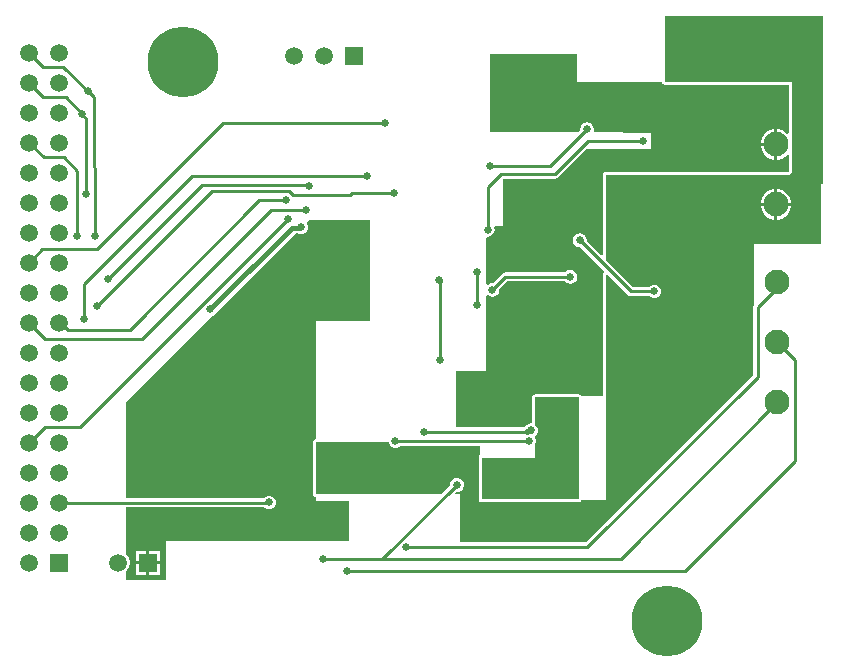
<source format=gbl>
G04*
G04 #@! TF.GenerationSoftware,Altium Limited,Altium Designer,21.6.1 (37)*
G04*
G04 Layer_Physical_Order=2*
G04 Layer_Color=16711680*
%FSLAX25Y25*%
%MOIN*%
G70*
G04*
G04 #@! TF.SameCoordinates,18844971-8FF4-41C5-970B-CDA0927229B8*
G04*
G04*
G04 #@! TF.FilePolarity,Positive*
G04*
G01*
G75*
%ADD13C,0.01000*%
%ADD51C,0.01500*%
%ADD52C,0.05906*%
%ADD53R,0.05906X0.05906*%
%ADD54C,0.08268*%
%ADD55R,0.05906X0.05906*%
%ADD56C,0.23622*%
%ADD57C,0.02559*%
%ADD58C,0.02559*%
G36*
X437586Y374803D02*
X465932D01*
X465946Y374735D01*
X465981Y374650D01*
X465987Y374619D01*
X465987Y374619D01*
X465987Y374619D01*
X465990Y374612D01*
X466008Y374586D01*
X466098Y374367D01*
X466379Y374086D01*
X466627Y373984D01*
X466639Y373975D01*
X466654Y373972D01*
X466747Y373934D01*
X466831Y373917D01*
X466931D01*
X467029Y373898D01*
X508251D01*
X508311Y357657D01*
X507811Y357449D01*
X507152Y358108D01*
X505982Y358784D01*
X504676Y359134D01*
X504500D01*
Y354000D01*
Y348866D01*
X504676D01*
X505982Y349216D01*
X507152Y349892D01*
X507837Y350576D01*
X508337Y350370D01*
X508356Y345240D01*
X508356Y345240D01*
X508356Y345240D01*
X508356Y345231D01*
X508324Y345209D01*
X508323Y345208D01*
X508323Y345208D01*
X508074Y344958D01*
X507996Y344906D01*
X507904Y344887D01*
X447344D01*
X447246Y344868D01*
X447146D01*
X447062Y344851D01*
X446969Y344813D01*
X446954Y344810D01*
X446942Y344801D01*
X446694Y344699D01*
X446413Y344418D01*
X446311Y344170D01*
X446302Y344158D01*
X446299Y344143D01*
X446261Y344050D01*
X446244Y343966D01*
Y343866D01*
X446224Y343767D01*
Y317222D01*
X445763Y317030D01*
X440880Y321913D01*
X440907Y322047D01*
X440730Y322937D01*
X440226Y323691D01*
X439472Y324195D01*
X438583Y324371D01*
X437693Y324195D01*
X436939Y323691D01*
X436435Y322937D01*
X436259Y322047D01*
X436435Y321158D01*
X436939Y320404D01*
X437693Y319900D01*
X438583Y319723D01*
X438717Y319750D01*
X446591Y311876D01*
X446623Y311753D01*
X446560Y311234D01*
X446544Y311216D01*
X446428Y311109D01*
X446419Y311090D01*
X446404Y311075D01*
X446336Y310910D01*
X446302Y310859D01*
X446294Y310820D01*
X446261Y310748D01*
X446260Y310727D01*
X446252Y310707D01*
X446244Y310668D01*
X446244Y310568D01*
X446224Y310469D01*
Y270079D01*
X439129D01*
X438910Y270406D01*
X438579Y270627D01*
X438189Y270705D01*
X423622D01*
X423232Y270627D01*
X422901Y270406D01*
X422680Y270075D01*
X422603Y269685D01*
Y261118D01*
X422441Y260986D01*
X421552Y260809D01*
X420797Y260305D01*
X420694Y260149D01*
X420481Y260107D01*
X420085Y259842D01*
X397244D01*
Y278346D01*
X407480D01*
Y303523D01*
X407980Y303751D01*
X408559Y303364D01*
X409449Y303188D01*
X410338Y303364D01*
X411092Y303868D01*
X411596Y304622D01*
X411773Y305512D01*
X411746Y305646D01*
X414413Y308313D01*
X433713D01*
X433790Y308199D01*
X434544Y307695D01*
X435433Y307518D01*
X436322Y307695D01*
X437077Y308199D01*
X437580Y308953D01*
X437757Y309842D01*
X437580Y310732D01*
X437077Y311486D01*
X436322Y311990D01*
X435433Y312167D01*
X434544Y311990D01*
X433790Y311486D01*
X433713Y311372D01*
X413779D01*
X413194Y311256D01*
X412698Y310924D01*
X409583Y307809D01*
X409449Y307836D01*
X408559Y307659D01*
X407980Y307272D01*
X407480Y307500D01*
Y322951D01*
X407867Y323268D01*
X407874Y323266D01*
X408764Y323443D01*
X409517Y323947D01*
X410021Y324701D01*
X410198Y325590D01*
X410063Y326272D01*
X410382Y326772D01*
X412992D01*
Y342565D01*
X430315D01*
X430900Y342682D01*
X431396Y343013D01*
X440913Y352530D01*
X462219D01*
X462205Y357874D01*
X443627Y357997D01*
X443225Y358500D01*
X443324Y359000D01*
X443147Y359889D01*
X442643Y360643D01*
X441889Y361147D01*
X441000Y361324D01*
X440111Y361147D01*
X439357Y360643D01*
X438853Y359889D01*
X438676Y359000D01*
X438703Y358865D01*
X437873Y358036D01*
X408582Y358230D01*
Y384208D01*
X437586D01*
Y374803D01*
D02*
G37*
G36*
X519731Y340945D02*
X518898D01*
Y320866D01*
X496718D01*
Y300519D01*
X496587Y300323D01*
X496471Y299738D01*
Y277133D01*
X440945Y221608D01*
X398819D01*
Y237402D01*
X397304D01*
X397113Y237863D01*
X397521Y238272D01*
X398091D01*
X398929Y238619D01*
X399570Y239260D01*
X399917Y240098D01*
Y241005D01*
X399570Y241842D01*
X398929Y242484D01*
X398091Y242831D01*
X397184D01*
X396346Y242484D01*
X395705Y241842D01*
X395358Y241005D01*
Y240435D01*
X392325Y237402D01*
X350888D01*
X350804Y237418D01*
X350787Y237502D01*
Y254624D01*
X350804Y254708D01*
X350888Y254724D01*
X374886D01*
Y254665D01*
X375233Y253827D01*
X375874Y253186D01*
X376712Y252839D01*
X377619D01*
X378457Y253186D01*
X378889Y253619D01*
X405512D01*
Y250546D01*
X405185Y250327D01*
X404963Y249996D01*
X404886Y249606D01*
Y235827D01*
X404963Y235437D01*
X405185Y235106D01*
X405515Y234885D01*
X405905Y234807D01*
X438189D01*
X438579Y234885D01*
X438910Y235106D01*
X439126Y235429D01*
X447244D01*
Y310469D01*
X447252Y310508D01*
X447364Y310576D01*
X447754Y310631D01*
X447862Y310606D01*
X454549Y303919D01*
X455045Y303587D01*
X455630Y303471D01*
X461806D01*
X462209Y303067D01*
X463047Y302720D01*
X463953D01*
X464791Y303067D01*
X465433Y303709D01*
X465779Y304547D01*
Y305453D01*
X465433Y306291D01*
X464791Y306932D01*
X463953Y307279D01*
X463047D01*
X462209Y306932D01*
X461806Y306529D01*
X456263D01*
X447244Y315549D01*
Y343767D01*
X447261Y343851D01*
X447344Y343868D01*
X508003D01*
X508004Y343868D01*
X508005Y343868D01*
X508199Y343907D01*
X508393Y343945D01*
X508394Y343946D01*
X508395Y343946D01*
X508558Y344055D01*
X508724Y344166D01*
X508725Y344167D01*
X508726Y344168D01*
X509045Y344488D01*
X509379D01*
X509376Y345243D01*
X509376Y345243D01*
X509376Y345243D01*
X509270Y373901D01*
X509266Y374917D01*
X467029D01*
X466946Y374934D01*
X466932Y375002D01*
X466929Y375009D01*
Y396850D01*
X519731D01*
Y340945D01*
D02*
G37*
G36*
X368611Y295276D02*
X350787D01*
Y255744D01*
X350397Y255666D01*
X350066Y255445D01*
X349845Y255115D01*
X349768Y254724D01*
Y237402D01*
X349845Y237011D01*
X350066Y236681D01*
X350397Y236460D01*
X350787Y236382D01*
Y235114D01*
X361771D01*
Y221756D01*
X350787Y221698D01*
X300787D01*
Y208661D01*
X287402D01*
Y211733D01*
X287809Y212140D01*
X288329Y213041D01*
X288598Y214047D01*
Y215087D01*
X288329Y216093D01*
X287809Y216994D01*
X287402Y217401D01*
Y221698D01*
Y222108D01*
Y232971D01*
X333491D01*
X333748Y232713D01*
X334586Y232366D01*
X335493D01*
X336331Y232713D01*
X336972Y233354D01*
X337319Y234192D01*
Y235099D01*
X336972Y235937D01*
X336331Y236578D01*
X335493Y236925D01*
X334586D01*
X333748Y236578D01*
X333199Y236029D01*
X287402D01*
Y268129D01*
X316384Y296899D01*
X316791Y297067D01*
X317432Y297709D01*
X317595Y298101D01*
X344079Y324391D01*
X344509D01*
X345216Y324098D01*
X346123D01*
X346960Y324446D01*
X347602Y325087D01*
X347949Y325924D01*
Y326831D01*
X347602Y327669D01*
X347602Y327888D01*
X348425Y328705D01*
X368611D01*
Y295276D01*
D02*
G37*
G36*
X438189Y235827D02*
X405905D01*
Y249606D01*
X423622D01*
Y253863D01*
X423645Y253886D01*
X423993Y254724D01*
Y255631D01*
X423748Y256221D01*
X423732Y256729D01*
X424373Y257370D01*
X424720Y258208D01*
Y259115D01*
X424373Y259953D01*
X423732Y260594D01*
X423622Y260640D01*
Y269685D01*
X438189D01*
Y235827D01*
D02*
G37*
%LPC*%
G36*
X503500Y359134D02*
X503324D01*
X502018Y358784D01*
X500848Y358108D01*
X499892Y357152D01*
X499216Y355982D01*
X498866Y354676D01*
Y354500D01*
X503500D01*
Y359134D01*
D02*
G37*
G36*
Y353500D02*
X498866D01*
Y353324D01*
X499216Y352018D01*
X499892Y350848D01*
X500848Y349892D01*
X502018Y349216D01*
X503324Y348866D01*
X503500D01*
Y353500D01*
D02*
G37*
G36*
X504676Y339134D02*
X504500D01*
Y334500D01*
X509134D01*
Y334676D01*
X508784Y335982D01*
X508108Y337152D01*
X507152Y338108D01*
X505982Y338784D01*
X504676Y339134D01*
D02*
G37*
G36*
X503500D02*
X503324D01*
X502018Y338784D01*
X500848Y338108D01*
X499892Y337152D01*
X499216Y335982D01*
X498866Y334676D01*
Y334500D01*
X503500D01*
Y339134D01*
D02*
G37*
G36*
X509134Y333500D02*
X504500D01*
Y328866D01*
X504676D01*
X505982Y329216D01*
X507152Y329892D01*
X508108Y330848D01*
X508784Y332018D01*
X509134Y333324D01*
Y333500D01*
D02*
G37*
G36*
X503500D02*
X498866D01*
Y333324D01*
X499216Y332018D01*
X499892Y330848D01*
X500848Y329892D01*
X502018Y329216D01*
X503324Y328866D01*
X503500D01*
Y333500D01*
D02*
G37*
G36*
X298598Y218520D02*
X295146D01*
Y215067D01*
X298598D01*
Y218520D01*
D02*
G37*
G36*
X294146D02*
X290693D01*
Y215067D01*
X294146D01*
Y218520D01*
D02*
G37*
G36*
X298598Y214067D02*
X295146D01*
Y210614D01*
X298598D01*
Y214067D01*
D02*
G37*
G36*
X294146D02*
X290693D01*
Y210614D01*
X294146D01*
Y214067D01*
D02*
G37*
%LPD*%
D13*
X380709Y219685D02*
X441185D01*
X498000Y276500D01*
X372835Y215748D02*
X397638Y240551D01*
X438583Y322047D02*
X455630Y305000D01*
X463500D01*
X409449Y305512D02*
X413779Y309842D01*
X435433D01*
X362555Y337795D02*
X376772D01*
X255000Y314500D02*
X259489Y318989D01*
X277685D02*
X319720Y361024D01*
X259489Y318989D02*
X277685D01*
X319720Y361024D02*
X373622D01*
X266523Y349790D02*
X271169Y345144D01*
Y323669D02*
Y345144D01*
X273971Y337559D02*
Y362765D01*
X271000Y323500D02*
X271169Y323669D01*
X273971Y337559D02*
X274029Y337500D01*
X259872Y349790D02*
X266523D01*
X255162Y354500D02*
X259872Y349790D01*
X255000Y354500D02*
X255162D01*
X272835Y363901D02*
X273971Y362765D01*
X259703Y369797D02*
X267211D01*
X272835Y364173D01*
X276926Y323500D02*
X276926Y323425D01*
X276766Y369704D02*
X276926Y323500D01*
X255000Y384500D02*
X259619Y379912D01*
X274803Y371654D02*
X276766Y369704D01*
X266463Y379936D02*
X274803Y371654D01*
X259619Y379912D02*
X266463Y379936D01*
X276926Y323425D02*
X277000Y323500D01*
X312842Y340342D02*
X348240D01*
X281500Y309000D02*
X312842Y340342D01*
X260297Y259797D02*
X271882D01*
X341339Y329254D01*
X331770Y335313D02*
X340551D01*
X335827Y332283D02*
X347244D01*
X343021Y337128D02*
X361888D01*
X348240Y340342D02*
X348425Y340158D01*
X315902Y338342D02*
X341806D01*
X343021Y337128D01*
X288583Y292126D02*
X331770Y335313D01*
X277559Y300000D02*
X315902Y338342D01*
X292825Y289282D02*
X335827Y332283D01*
X361888Y337128D02*
X362555Y337795D01*
X309449Y343307D02*
X367779D01*
X273500Y307358D02*
X309449Y343307D01*
X407874Y325590D02*
Y339764D01*
X265000Y234500D02*
X334894D01*
X335039Y234646D01*
X372835Y215748D02*
X452248D01*
X353150D02*
X372835D01*
X361024Y211811D02*
X473811D01*
X510384Y248384D01*
X452248Y215748D02*
X504500Y268000D01*
X404335Y300398D02*
Y311404D01*
X391892Y282292D02*
Y308502D01*
X407874Y339764D02*
X412205Y344094D01*
X441452Y355231D02*
X459780D01*
X412205Y344094D02*
X430315D01*
X441452Y355231D01*
X428850Y346850D02*
X441000Y359000D01*
X408661Y346850D02*
X428850D01*
X377195Y255148D02*
X421683D01*
X386614Y258268D02*
X420973D01*
X498000Y276500D02*
Y299738D01*
X273500Y295791D02*
Y307358D01*
X260219Y289282D02*
X292825D01*
X268039Y292126D02*
X288583D01*
X265000Y294500D02*
X265665D01*
X268039Y292126D01*
X255000Y294500D02*
X260219Y289282D01*
X510384Y248384D02*
Y282116D01*
X498000Y299738D02*
X504500Y306238D01*
Y308000D01*
X255000Y254500D02*
X260297Y259797D01*
X255000Y374500D02*
X259703Y369797D01*
X504500Y288000D02*
X510384Y282116D01*
D51*
X272835Y363901D02*
Y364173D01*
X342675Y326175D02*
X345467D01*
X315500Y299000D02*
X342675Y326175D01*
X345467D02*
X345669Y326378D01*
X404335Y311404D02*
X404339Y311409D01*
X404331Y300394D02*
X404335Y300398D01*
X391892Y282292D02*
X392051Y282132D01*
X391732Y308661D02*
X391892Y308502D01*
X422238Y258459D02*
X422441Y258661D01*
X420973Y258268D02*
X421164Y258459D01*
X421683Y255148D02*
X421713Y255178D01*
X421164Y258459D02*
X422238D01*
X377165Y255118D02*
X377195Y255148D01*
D52*
X343500Y383500D02*
D03*
X353500D02*
D03*
X284646Y214567D02*
D03*
X255000Y214500D02*
D03*
X265000Y224500D02*
D03*
X255000D02*
D03*
X265000Y234500D02*
D03*
X255000D02*
D03*
X265000Y244500D02*
D03*
X255000D02*
D03*
X265000Y254500D02*
D03*
X255000D02*
D03*
X265000Y264500D02*
D03*
X255000D02*
D03*
X265000Y274500D02*
D03*
X255000D02*
D03*
X265000Y284500D02*
D03*
X255000D02*
D03*
X265000Y294500D02*
D03*
X255000D02*
D03*
X265000Y304500D02*
D03*
X255000D02*
D03*
X265000Y314500D02*
D03*
X255000D02*
D03*
X265000Y324500D02*
D03*
X255000D02*
D03*
X265000Y334500D02*
D03*
X255000D02*
D03*
X265000Y344500D02*
D03*
X255000D02*
D03*
X265000Y354500D02*
D03*
X255000D02*
D03*
X265000Y364500D02*
D03*
X255000D02*
D03*
X265000Y374500D02*
D03*
X255000D02*
D03*
X265000Y384500D02*
D03*
X255000D02*
D03*
D53*
X363500Y383500D02*
D03*
X294646Y214567D02*
D03*
D54*
X504500Y268000D02*
D03*
Y288000D02*
D03*
Y308000D02*
D03*
X504000Y354000D02*
D03*
Y334000D02*
D03*
D55*
X265000Y214500D02*
D03*
D56*
X306299Y381496D02*
D03*
X467717Y195276D02*
D03*
D57*
X380709Y219685D02*
D03*
X359055Y223622D02*
D03*
X354331D02*
D03*
X349606D02*
D03*
X438583Y322047D02*
D03*
X435433Y309842D02*
D03*
X376772Y337795D02*
D03*
X274029Y337500D02*
D03*
X345669Y326378D02*
D03*
X341339Y329254D02*
D03*
X340551Y335313D02*
D03*
X347244Y332283D02*
D03*
X348425Y340158D02*
D03*
X407874Y325590D02*
D03*
X453543Y341732D02*
D03*
Y337008D02*
D03*
X340551Y318504D02*
D03*
X458661Y250000D02*
D03*
Y244882D02*
D03*
X355512Y238976D02*
D03*
Y244094D02*
D03*
Y248819D02*
D03*
Y253543D02*
D03*
X453543Y246063D02*
D03*
Y240945D02*
D03*
Y251575D02*
D03*
X455118Y297244D02*
D03*
X449213Y301969D02*
D03*
Y297244D02*
D03*
Y292126D02*
D03*
X455118D02*
D03*
Y287402D02*
D03*
X449213D02*
D03*
X415354Y301969D02*
D03*
Y306693D02*
D03*
X335039Y234646D02*
D03*
X373622Y361024D02*
D03*
X367779Y343307D02*
D03*
X277559Y300000D02*
D03*
X272835Y364173D02*
D03*
X274803Y371654D02*
D03*
X277000Y323500D02*
D03*
X361024Y211811D02*
D03*
X353150Y215748D02*
D03*
X409449Y305512D02*
D03*
X455118Y301969D02*
D03*
X404339Y311409D02*
D03*
X391732Y308661D02*
D03*
X392051Y282132D02*
D03*
X458268Y341732D02*
D03*
Y337008D02*
D03*
Y331890D02*
D03*
X453543D02*
D03*
X413779Y382283D02*
D03*
X418504D02*
D03*
X423228D02*
D03*
X427953D02*
D03*
X414961Y340945D02*
D03*
Y334646D02*
D03*
X408661Y346850D02*
D03*
X419291Y285827D02*
D03*
Y290551D02*
D03*
Y295669D02*
D03*
X414173Y285827D02*
D03*
Y290551D02*
D03*
Y295669D02*
D03*
X404331Y300394D02*
D03*
X417717Y273622D02*
D03*
X411417D02*
D03*
X405118D02*
D03*
X421713Y255178D02*
D03*
X422441Y258661D02*
D03*
X436221Y267717D02*
D03*
X431102D02*
D03*
X425984Y262598D02*
D03*
X431102D02*
D03*
X436221D02*
D03*
X425984Y267717D02*
D03*
X420472Y237402D02*
D03*
X409055D02*
D03*
X414961D02*
D03*
X386614Y258268D02*
D03*
X397638Y240551D02*
D03*
X377165Y255118D02*
D03*
X359055Y233071D02*
D03*
X302362Y237529D02*
D03*
X306299Y231470D02*
D03*
X418898Y337795D02*
D03*
X353937Y315354D02*
D03*
X358661D02*
D03*
X363386D02*
D03*
Y310630D02*
D03*
Y305906D02*
D03*
X358661D02*
D03*
X353937Y310630D02*
D03*
X358555Y310579D02*
D03*
X353921Y305890D02*
D03*
X469291Y383071D02*
D03*
Y387795D02*
D03*
X473622D02*
D03*
Y378346D02*
D03*
X469291D02*
D03*
X473622Y383071D02*
D03*
X354331Y228346D02*
D03*
X273500Y295791D02*
D03*
X315500Y299000D02*
D03*
X281500Y309000D02*
D03*
X271000Y323500D02*
D03*
X354331Y233071D02*
D03*
X463500Y305000D02*
D03*
X441000Y359000D02*
D03*
X309842Y251575D02*
D03*
X306000Y255500D02*
D03*
X302362Y259055D02*
D03*
X305512Y245669D02*
D03*
X298425Y252362D02*
D03*
X459780Y355231D02*
D03*
X302000Y249000D02*
D03*
X349606Y228346D02*
D03*
Y233071D02*
D03*
X359055Y228346D02*
D03*
D58*
X330000Y285000D02*
D03*
Y255000D02*
D03*
X322500Y300000D02*
D03*
X315000Y285000D02*
D03*
X322500Y270000D02*
D03*
X315000Y255000D02*
D03*
X307500Y270000D02*
D03*
M02*

</source>
